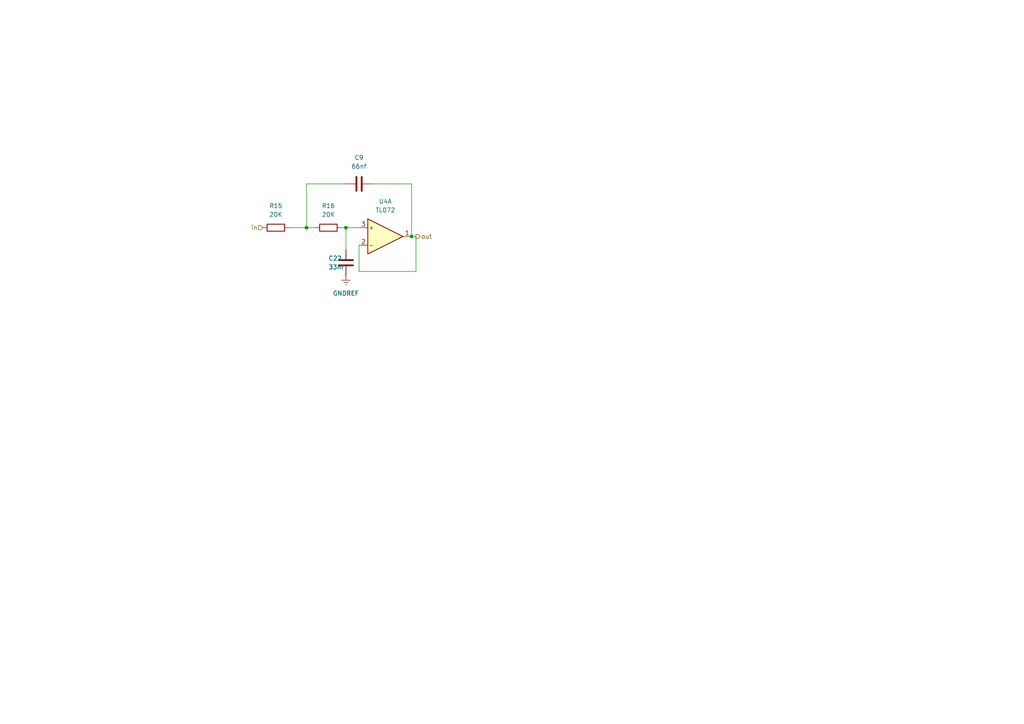
<source format=kicad_sch>
(kicad_sch (version 20230121) (generator eeschema)
  (paper "A4")
  (lib_symbols
    (symbol "Amplifier_Operational:TL072" (pin_names (offset 0.127))
      (property "Reference" "U" (at 0 5.08 0))
      (property "Value" "TL072" (at 0 -5.08 0))
      (symbol "TL072_1_1"
        (polyline (pts (xy -5.08 5.08) (xy 5.08 0) (xy -5.08 -5.08) (xy -5.08 5.08)) (stroke (width 0.254)) (fill (type background)))
        (pin output line (at 7.62 0 180) (length 2.54) (name "~") (number "1"))
        (pin input line (at -7.62 -2.54 0) (length 2.54) (name "-") (number "2"))
        (pin input line (at -7.62 2.54 0) (length 2.54) (name "+") (number "3"))
      )
      (symbol "TL072_2_1"
        (polyline (pts (xy -5.08 5.08) (xy 5.08 0) (xy -5.08 -5.08) (xy -5.08 5.08)) (stroke (width 0.254)) (fill (type background)))
        (pin input line (at -7.62 2.54 0) (length 2.54) (name "+") (number "5"))
        (pin input line (at -7.62 -2.54 0) (length 2.54) (name "-") (number "6"))
        (pin output line (at 7.62 0 180) (length 2.54) (name "~") (number "7"))
      )
      (symbol "TL072_3_1"
        (pin power_in line (at -2.54 -7.62 90) (length 3.81) (name "V-") (number "4"))
        (pin power_in line (at -2.54 7.62 270) (length 3.81) (name "V+") (number "8"))
      )
    )
    (symbol "Device:C" (pin_numbers hide) (pin_names (offset 0.254))
      (property "Reference" "C" (at 0.635 2.54 0))
      (property "Value" "C" (at 0.635 -2.54 0))
      (symbol "C_0_1"
        (polyline (pts (xy -2.032 -0.762) (xy 2.032 -0.762)) (stroke (width 0.508)))
        (polyline (pts (xy -2.032 0.762) (xy 2.032 0.762)) (stroke (width 0.508)))
      )
      (symbol "C_1_1"
        (pin passive line (at 0 3.81 270) (length 2.794) (name "~") (number "1"))
        (pin passive line (at 0 -3.81 90) (length 2.794) (name "~") (number "2"))
      )
    )
    (symbol "Device:R" (pin_numbers hide) (pin_names (offset 0))
      (property "Reference" "R" (at 2.032 0 90))
      (property "Value" "R" (at 0 0 90))
      (symbol "R_0_1"
        (rectangle (start -1.016 -2.54) (end 1.016 2.54) (stroke (width 0.254)))
      )
      (symbol "R_1_1"
        (pin passive line (at 0 3.81 270) (length 1.27) (name "~") (number "1"))
        (pin passive line (at 0 -3.81 90) (length 1.27) (name "~") (number "2"))
      )
    )
    (symbol "power:GNDREF" (power) (pin_names (offset 0))
      (property "Value" "GNDREF" (at 0 -3.81 0))
      (symbol "GNDREF_0_1"
        (polyline (pts (xy -0.635 -1.905) (xy 0.635 -1.905)))
        (polyline (pts (xy -0.127 -2.54) (xy 0.127 -2.54)))
        (polyline (pts (xy 0 -1.27) (xy 0 0)))
        (polyline (pts (xy 1.27 -1.27) (xy -1.27 -1.27)))
      )
      (symbol "GNDREF_1_1"
        (pin power_in line (at 0 0 270) (length 0) hide (name "GNDREF") (number "1"))
      )
    )
  )
  (junction (at 88.9 66.04))
  (junction (at 119.38 68.58))
  (junction (at 100.33 66.04))
  (wire (pts (xy 99.06 66.04) (xy 100.33 66.04)))
  (wire (pts (xy 120.65 78.74) (xy 120.65 68.58)))
  (wire (pts (xy 107.95 53.34) (xy 119.38 53.34)))
  (wire (pts (xy 120.65 68.58) (xy 119.38 68.58)))
  (wire (pts (xy 100.33 53.34) (xy 88.9 53.34)))
  (wire (pts (xy 104.14 78.74) (xy 120.65 78.74)))
  (wire (pts (xy 88.9 53.34) (xy 88.9 66.04)))
  (wire (pts (xy 119.38 53.34) (xy 119.38 68.58)))
  (wire (pts (xy 100.33 66.04) (xy 104.14 66.04)))
  (wire (pts (xy 104.14 71.12) (xy 104.14 78.74)))
  (wire (pts (xy 88.9 66.04) (xy 91.44 66.04)))
  (wire (pts (xy 83.82 66.04) (xy 88.9 66.04)))
  (wire (pts (xy 100.33 72.39) (xy 100.33 66.04)))
  (hierarchical_label "in" (shape input) (at 76.2 66.04 180))
  (hierarchical_label "out" (shape output) (at 120.65 68.58 0))
  (symbol (lib_id "power:GNDREF") (at 100.33 80.01 0) (unit 1)
    (property "Reference" "#PWR010" (effects hide))
    (property "Value" "GNDREF" (at 100.33 85.09 0))
    (instances (project "crossover" (path "" (reference "#PWR010") (unit 1)) (path "" (reference "#PWR011") (unit 1)) (path "" (reference "#PWR012") (unit 1)) (path "" (reference "#PWR013") (unit 1))))
  )
  (symbol (lib_id "Device:C") (at 104.14 53.34 90) (unit 1)
    (property "Reference" "C9" (at 104.14 45.72 90))
    (property "Value" "66nf" (at 104.14 48.26 90))
    (property "Footprint" "Capacitor_THT:C_Disc_D6.0mm_W2.5mm_P5.00mm" (effects hide))
    (instances (project "crossover" (path "" (reference "C9") (unit 1)) (path "" (reference "C10") (unit 1)) (path "" (reference "C11") (unit 1)) (path "" (reference "C12") (unit 1))))
  )
  (symbol (lib_id "Amplifier_Operational:TL072") (at 111.76 68.58 0) (unit 1)
    (property "Reference" "U4" (at 111.76 58.42 0))
    (property "Value" "TL072" (at 111.76 60.96 0))
    (property "Footprint" "Package_DIP:DIP-8_W7.62mm_Socket" (effects hide))
    (property "Datasheet" "http://www.ti.com/lit/ds/symlink/tl071.pdf" (effects hide))
    (instances (project "crossover" (path "" (reference "U4") (unit 1)) (path "" (reference "U4") (unit 2)) (path "" (reference "U5") (unit 1)) (path "" (reference "U5") (unit 2))))
  )
  (symbol (lib_id "Device:R") (at 80.01 66.04 90) (unit 1)
    (property "Reference" "R15" (at 80.01 59.69 90))
    (property "Value" "20K" (at 80.01 62.23 90))
    (property "Footprint" "Resistor_THT:R_Axial_DIN0207_L6.3mm_D2.5mm_P7.62mm_Horizontal" (effects hide))
    (instances (project "crossover" (path "" (reference "R15") (unit 1)) (path "" (reference "R17") (unit 1)) (path "" (reference "R19") (unit 1)) (path "" (reference "R21") (unit 1))))
  )
  (symbol (lib_id "Device:C") (at 100.33 76.2 180) (unit 1)
    (property "Reference" "C22" (at 95.25 74.93 0) (effects (justify right)))
    (property "Value" "33nf" (at 95.25 77.47 0) (effects (justify right)))
    (property "Footprint" "Capacitor_THT:C_Disc_D6.0mm_W2.5mm_P5.00mm" (effects hide))
    (instances (project "crossover" (path "" (reference "C22") (unit 1)) (path "" (reference "C23") (unit 1)) (path "" (reference "C24") (unit 1)) (path "" (reference "C25") (unit 1))))
  )
  (symbol (lib_id "Device:R") (at 95.25 66.04 90) (unit 1)
    (property "Reference" "R16" (at 95.25 59.69 90))
    (property "Value" "20K" (at 95.25 62.23 90))
    (property "Footprint" "Resistor_THT:R_Axial_DIN0207_L6.3mm_D2.5mm_P7.62mm_Horizontal" (effects hide))
    (instances (project "crossover" (path "" (reference "R16") (unit 1)) (path "" (reference "R18") (unit 1)) (path "" (reference "R20") (unit 1)) (path "" (reference "R22") (unit 1))))
  )
)
</source>
